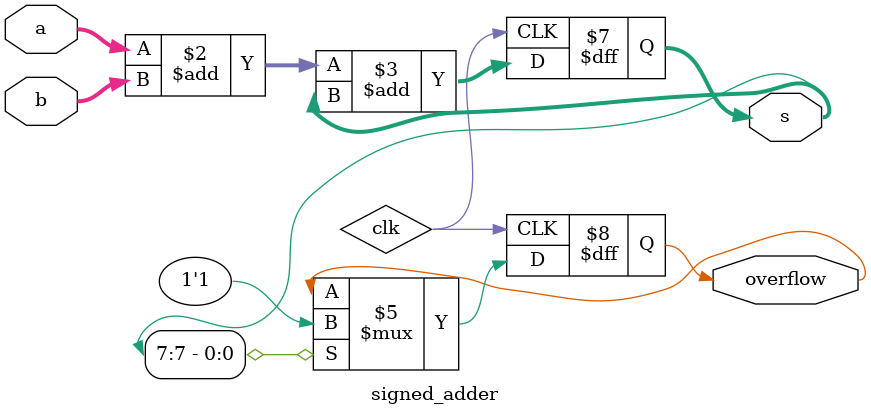
<source format=v>

module signed_adder(input [7:0] a,
    input [7:0] b,
    output [7:0] s,
    output overflow
); 

// The numbers a and b are added to the output s. 
// assign the occurence of the signed overflow of a and b to the output overflow.
// a signed overflow occurs if the most significant bits of a and b are low and the most significant bit of s is high
// a signed overflow may also occur if the most significant bits of a and b are high and the most significant bit of s is low


always @(posedge clk)
begin
    s <= a + b + s;
    if(s[7] == 1)
        overflow <= 1;
end
endmodule

</source>
